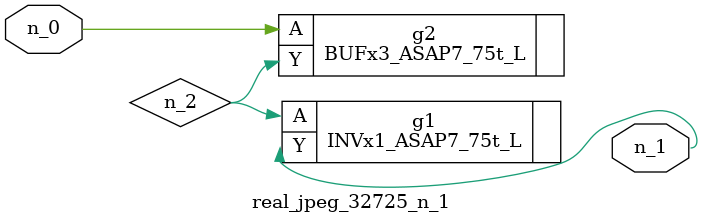
<source format=v>
module real_jpeg_32725_n_1 (n_0, n_1);

input n_0;

output n_1;

wire n_2;

BUFx3_ASAP7_75t_L g2 ( 
.A(n_0),
.Y(n_2)
);

INVx1_ASAP7_75t_L g1 ( 
.A(n_2),
.Y(n_1)
);


endmodule
</source>
